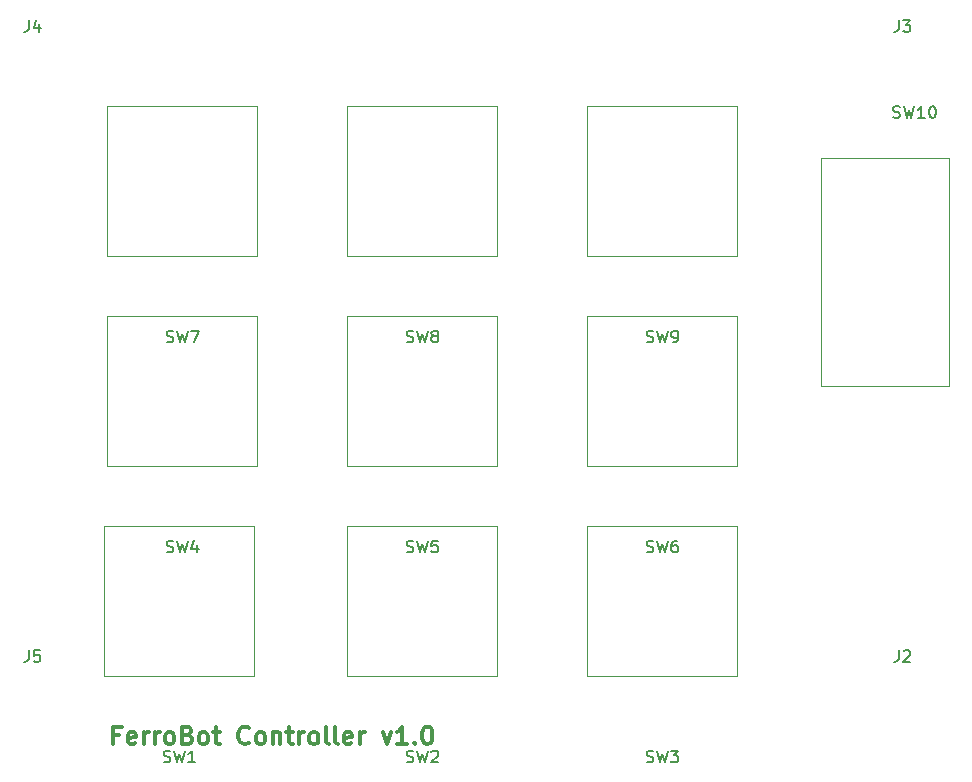
<source format=gbr>
G04 #@! TF.FileFunction,Legend,Top*
%FSLAX46Y46*%
G04 Gerber Fmt 4.6, Leading zero omitted, Abs format (unit mm)*
G04 Created by KiCad (PCBNEW 4.0.6) date 05/18/18 15:07:17*
%MOMM*%
%LPD*%
G01*
G04 APERTURE LIST*
%ADD10C,0.100000*%
%ADD11C,0.300000*%
%ADD12C,0.150000*%
G04 APERTURE END LIST*
D10*
D11*
X81015716Y-172612857D02*
X80515716Y-172612857D01*
X80515716Y-173398571D02*
X80515716Y-171898571D01*
X81230002Y-171898571D01*
X82372858Y-173327143D02*
X82230001Y-173398571D01*
X81944287Y-173398571D01*
X81801430Y-173327143D01*
X81730001Y-173184286D01*
X81730001Y-172612857D01*
X81801430Y-172470000D01*
X81944287Y-172398571D01*
X82230001Y-172398571D01*
X82372858Y-172470000D01*
X82444287Y-172612857D01*
X82444287Y-172755714D01*
X81730001Y-172898571D01*
X83087144Y-173398571D02*
X83087144Y-172398571D01*
X83087144Y-172684286D02*
X83158572Y-172541429D01*
X83230001Y-172470000D01*
X83372858Y-172398571D01*
X83515715Y-172398571D01*
X84015715Y-173398571D02*
X84015715Y-172398571D01*
X84015715Y-172684286D02*
X84087143Y-172541429D01*
X84158572Y-172470000D01*
X84301429Y-172398571D01*
X84444286Y-172398571D01*
X85158572Y-173398571D02*
X85015714Y-173327143D01*
X84944286Y-173255714D01*
X84872857Y-173112857D01*
X84872857Y-172684286D01*
X84944286Y-172541429D01*
X85015714Y-172470000D01*
X85158572Y-172398571D01*
X85372857Y-172398571D01*
X85515714Y-172470000D01*
X85587143Y-172541429D01*
X85658572Y-172684286D01*
X85658572Y-173112857D01*
X85587143Y-173255714D01*
X85515714Y-173327143D01*
X85372857Y-173398571D01*
X85158572Y-173398571D01*
X86801429Y-172612857D02*
X87015715Y-172684286D01*
X87087143Y-172755714D01*
X87158572Y-172898571D01*
X87158572Y-173112857D01*
X87087143Y-173255714D01*
X87015715Y-173327143D01*
X86872857Y-173398571D01*
X86301429Y-173398571D01*
X86301429Y-171898571D01*
X86801429Y-171898571D01*
X86944286Y-171970000D01*
X87015715Y-172041429D01*
X87087143Y-172184286D01*
X87087143Y-172327143D01*
X87015715Y-172470000D01*
X86944286Y-172541429D01*
X86801429Y-172612857D01*
X86301429Y-172612857D01*
X88015715Y-173398571D02*
X87872857Y-173327143D01*
X87801429Y-173255714D01*
X87730000Y-173112857D01*
X87730000Y-172684286D01*
X87801429Y-172541429D01*
X87872857Y-172470000D01*
X88015715Y-172398571D01*
X88230000Y-172398571D01*
X88372857Y-172470000D01*
X88444286Y-172541429D01*
X88515715Y-172684286D01*
X88515715Y-173112857D01*
X88444286Y-173255714D01*
X88372857Y-173327143D01*
X88230000Y-173398571D01*
X88015715Y-173398571D01*
X88944286Y-172398571D02*
X89515715Y-172398571D01*
X89158572Y-171898571D02*
X89158572Y-173184286D01*
X89230000Y-173327143D01*
X89372858Y-173398571D01*
X89515715Y-173398571D01*
X92015715Y-173255714D02*
X91944286Y-173327143D01*
X91730000Y-173398571D01*
X91587143Y-173398571D01*
X91372858Y-173327143D01*
X91230000Y-173184286D01*
X91158572Y-173041429D01*
X91087143Y-172755714D01*
X91087143Y-172541429D01*
X91158572Y-172255714D01*
X91230000Y-172112857D01*
X91372858Y-171970000D01*
X91587143Y-171898571D01*
X91730000Y-171898571D01*
X91944286Y-171970000D01*
X92015715Y-172041429D01*
X92872858Y-173398571D02*
X92730000Y-173327143D01*
X92658572Y-173255714D01*
X92587143Y-173112857D01*
X92587143Y-172684286D01*
X92658572Y-172541429D01*
X92730000Y-172470000D01*
X92872858Y-172398571D01*
X93087143Y-172398571D01*
X93230000Y-172470000D01*
X93301429Y-172541429D01*
X93372858Y-172684286D01*
X93372858Y-173112857D01*
X93301429Y-173255714D01*
X93230000Y-173327143D01*
X93087143Y-173398571D01*
X92872858Y-173398571D01*
X94015715Y-172398571D02*
X94015715Y-173398571D01*
X94015715Y-172541429D02*
X94087143Y-172470000D01*
X94230001Y-172398571D01*
X94444286Y-172398571D01*
X94587143Y-172470000D01*
X94658572Y-172612857D01*
X94658572Y-173398571D01*
X95158572Y-172398571D02*
X95730001Y-172398571D01*
X95372858Y-171898571D02*
X95372858Y-173184286D01*
X95444286Y-173327143D01*
X95587144Y-173398571D01*
X95730001Y-173398571D01*
X96230001Y-173398571D02*
X96230001Y-172398571D01*
X96230001Y-172684286D02*
X96301429Y-172541429D01*
X96372858Y-172470000D01*
X96515715Y-172398571D01*
X96658572Y-172398571D01*
X97372858Y-173398571D02*
X97230000Y-173327143D01*
X97158572Y-173255714D01*
X97087143Y-173112857D01*
X97087143Y-172684286D01*
X97158572Y-172541429D01*
X97230000Y-172470000D01*
X97372858Y-172398571D01*
X97587143Y-172398571D01*
X97730000Y-172470000D01*
X97801429Y-172541429D01*
X97872858Y-172684286D01*
X97872858Y-173112857D01*
X97801429Y-173255714D01*
X97730000Y-173327143D01*
X97587143Y-173398571D01*
X97372858Y-173398571D01*
X98730001Y-173398571D02*
X98587143Y-173327143D01*
X98515715Y-173184286D01*
X98515715Y-171898571D01*
X99515715Y-173398571D02*
X99372857Y-173327143D01*
X99301429Y-173184286D01*
X99301429Y-171898571D01*
X100658571Y-173327143D02*
X100515714Y-173398571D01*
X100230000Y-173398571D01*
X100087143Y-173327143D01*
X100015714Y-173184286D01*
X100015714Y-172612857D01*
X100087143Y-172470000D01*
X100230000Y-172398571D01*
X100515714Y-172398571D01*
X100658571Y-172470000D01*
X100730000Y-172612857D01*
X100730000Y-172755714D01*
X100015714Y-172898571D01*
X101372857Y-173398571D02*
X101372857Y-172398571D01*
X101372857Y-172684286D02*
X101444285Y-172541429D01*
X101515714Y-172470000D01*
X101658571Y-172398571D01*
X101801428Y-172398571D01*
X103301428Y-172398571D02*
X103658571Y-173398571D01*
X104015713Y-172398571D01*
X105372856Y-173398571D02*
X104515713Y-173398571D01*
X104944285Y-173398571D02*
X104944285Y-171898571D01*
X104801428Y-172112857D01*
X104658570Y-172255714D01*
X104515713Y-172327143D01*
X106015713Y-173255714D02*
X106087141Y-173327143D01*
X106015713Y-173398571D01*
X105944284Y-173327143D01*
X106015713Y-173255714D01*
X106015713Y-173398571D01*
X107015713Y-171898571D02*
X107158570Y-171898571D01*
X107301427Y-171970000D01*
X107372856Y-172041429D01*
X107444285Y-172184286D01*
X107515713Y-172470000D01*
X107515713Y-172827143D01*
X107444285Y-173112857D01*
X107372856Y-173255714D01*
X107301427Y-173327143D01*
X107158570Y-173398571D01*
X107015713Y-173398571D01*
X106872856Y-173327143D01*
X106801427Y-173255714D01*
X106729999Y-173112857D01*
X106658570Y-172827143D01*
X106658570Y-172470000D01*
X106729999Y-172184286D01*
X106801427Y-172041429D01*
X106872856Y-171970000D01*
X107015713Y-171898571D01*
D10*
X133350000Y-137160000D02*
X133350000Y-149860000D01*
X120650000Y-137160000D02*
X133350000Y-137160000D01*
X120650000Y-149860000D02*
X120650000Y-137160000D01*
X133350000Y-149860000D02*
X120650000Y-149860000D01*
X92710000Y-137160000D02*
X92710000Y-149860000D01*
X80010000Y-137160000D02*
X92710000Y-137160000D01*
X80010000Y-149860000D02*
X80010000Y-137160000D01*
X92710000Y-149860000D02*
X80010000Y-149860000D01*
X92456000Y-154940000D02*
X92456000Y-167640000D01*
X79756000Y-154940000D02*
X92456000Y-154940000D01*
X79756000Y-167640000D02*
X79756000Y-154940000D01*
X92456000Y-167640000D02*
X79756000Y-167640000D01*
X113030000Y-154940000D02*
X113030000Y-167640000D01*
X100330000Y-154940000D02*
X113030000Y-154940000D01*
X100330000Y-167640000D02*
X100330000Y-154940000D01*
X113030000Y-167640000D02*
X100330000Y-167640000D01*
X133350000Y-154940000D02*
X133350000Y-167640000D01*
X120650000Y-154940000D02*
X133350000Y-154940000D01*
X120650000Y-167640000D02*
X120650000Y-154940000D01*
X133350000Y-167640000D02*
X120650000Y-167640000D01*
X113030000Y-137160000D02*
X113030000Y-149860000D01*
X100330000Y-137160000D02*
X113030000Y-137160000D01*
X100330000Y-149860000D02*
X100330000Y-137160000D01*
X113030000Y-149860000D02*
X100330000Y-149860000D01*
X92710000Y-119380000D02*
X92710000Y-132080000D01*
X80010000Y-119380000D02*
X92710000Y-119380000D01*
X80010000Y-132080000D02*
X80010000Y-119380000D01*
X92710000Y-132080000D02*
X80010000Y-132080000D01*
X113030000Y-119380000D02*
X113030000Y-132080000D01*
X100330000Y-119380000D02*
X113030000Y-119380000D01*
X100330000Y-132080000D02*
X100330000Y-119380000D01*
X113030000Y-132080000D02*
X100330000Y-132080000D01*
X133350000Y-119380000D02*
X133350000Y-132080000D01*
X120650000Y-119380000D02*
X133350000Y-119380000D01*
X120650000Y-132080000D02*
X120650000Y-119380000D01*
X133350000Y-132080000D02*
X120650000Y-132080000D01*
X140436000Y-143028000D02*
X151236000Y-143028000D01*
X140436000Y-123728000D02*
X140436000Y-143028000D01*
X151236000Y-123728000D02*
X140436000Y-123728000D01*
X151236000Y-143028000D02*
X151236000Y-123728000D01*
D12*
X125666667Y-157114762D02*
X125809524Y-157162381D01*
X126047620Y-157162381D01*
X126142858Y-157114762D01*
X126190477Y-157067143D01*
X126238096Y-156971905D01*
X126238096Y-156876667D01*
X126190477Y-156781429D01*
X126142858Y-156733810D01*
X126047620Y-156686190D01*
X125857143Y-156638571D01*
X125761905Y-156590952D01*
X125714286Y-156543333D01*
X125666667Y-156448095D01*
X125666667Y-156352857D01*
X125714286Y-156257619D01*
X125761905Y-156210000D01*
X125857143Y-156162381D01*
X126095239Y-156162381D01*
X126238096Y-156210000D01*
X126571429Y-156162381D02*
X126809524Y-157162381D01*
X127000001Y-156448095D01*
X127190477Y-157162381D01*
X127428572Y-156162381D01*
X128238096Y-156162381D02*
X128047619Y-156162381D01*
X127952381Y-156210000D01*
X127904762Y-156257619D01*
X127809524Y-156400476D01*
X127761905Y-156590952D01*
X127761905Y-156971905D01*
X127809524Y-157067143D01*
X127857143Y-157114762D01*
X127952381Y-157162381D01*
X128142858Y-157162381D01*
X128238096Y-157114762D01*
X128285715Y-157067143D01*
X128333334Y-156971905D01*
X128333334Y-156733810D01*
X128285715Y-156638571D01*
X128238096Y-156590952D01*
X128142858Y-156543333D01*
X127952381Y-156543333D01*
X127857143Y-156590952D01*
X127809524Y-156638571D01*
X127761905Y-156733810D01*
X146986667Y-165432381D02*
X146986667Y-166146667D01*
X146939047Y-166289524D01*
X146843809Y-166384762D01*
X146700952Y-166432381D01*
X146605714Y-166432381D01*
X147415238Y-165527619D02*
X147462857Y-165480000D01*
X147558095Y-165432381D01*
X147796191Y-165432381D01*
X147891429Y-165480000D01*
X147939048Y-165527619D01*
X147986667Y-165622857D01*
X147986667Y-165718095D01*
X147939048Y-165860952D01*
X147367619Y-166432381D01*
X147986667Y-166432381D01*
X146986667Y-112092381D02*
X146986667Y-112806667D01*
X146939047Y-112949524D01*
X146843809Y-113044762D01*
X146700952Y-113092381D01*
X146605714Y-113092381D01*
X147367619Y-112092381D02*
X147986667Y-112092381D01*
X147653333Y-112473333D01*
X147796191Y-112473333D01*
X147891429Y-112520952D01*
X147939048Y-112568571D01*
X147986667Y-112663810D01*
X147986667Y-112901905D01*
X147939048Y-112997143D01*
X147891429Y-113044762D01*
X147796191Y-113092381D01*
X147510476Y-113092381D01*
X147415238Y-113044762D01*
X147367619Y-112997143D01*
X73326667Y-112092381D02*
X73326667Y-112806667D01*
X73279047Y-112949524D01*
X73183809Y-113044762D01*
X73040952Y-113092381D01*
X72945714Y-113092381D01*
X74231429Y-112425714D02*
X74231429Y-113092381D01*
X73993333Y-112044762D02*
X73755238Y-112759048D01*
X74374286Y-112759048D01*
X73326667Y-165432381D02*
X73326667Y-166146667D01*
X73279047Y-166289524D01*
X73183809Y-166384762D01*
X73040952Y-166432381D01*
X72945714Y-166432381D01*
X74279048Y-165432381D02*
X73802857Y-165432381D01*
X73755238Y-165908571D01*
X73802857Y-165860952D01*
X73898095Y-165813333D01*
X74136191Y-165813333D01*
X74231429Y-165860952D01*
X74279048Y-165908571D01*
X74326667Y-166003810D01*
X74326667Y-166241905D01*
X74279048Y-166337143D01*
X74231429Y-166384762D01*
X74136191Y-166432381D01*
X73898095Y-166432381D01*
X73802857Y-166384762D01*
X73755238Y-166337143D01*
X85026667Y-157114762D02*
X85169524Y-157162381D01*
X85407620Y-157162381D01*
X85502858Y-157114762D01*
X85550477Y-157067143D01*
X85598096Y-156971905D01*
X85598096Y-156876667D01*
X85550477Y-156781429D01*
X85502858Y-156733810D01*
X85407620Y-156686190D01*
X85217143Y-156638571D01*
X85121905Y-156590952D01*
X85074286Y-156543333D01*
X85026667Y-156448095D01*
X85026667Y-156352857D01*
X85074286Y-156257619D01*
X85121905Y-156210000D01*
X85217143Y-156162381D01*
X85455239Y-156162381D01*
X85598096Y-156210000D01*
X85931429Y-156162381D02*
X86169524Y-157162381D01*
X86360001Y-156448095D01*
X86550477Y-157162381D01*
X86788572Y-156162381D01*
X87598096Y-156495714D02*
X87598096Y-157162381D01*
X87360000Y-156114762D02*
X87121905Y-156829048D01*
X87740953Y-156829048D01*
X84772667Y-174894762D02*
X84915524Y-174942381D01*
X85153620Y-174942381D01*
X85248858Y-174894762D01*
X85296477Y-174847143D01*
X85344096Y-174751905D01*
X85344096Y-174656667D01*
X85296477Y-174561429D01*
X85248858Y-174513810D01*
X85153620Y-174466190D01*
X84963143Y-174418571D01*
X84867905Y-174370952D01*
X84820286Y-174323333D01*
X84772667Y-174228095D01*
X84772667Y-174132857D01*
X84820286Y-174037619D01*
X84867905Y-173990000D01*
X84963143Y-173942381D01*
X85201239Y-173942381D01*
X85344096Y-173990000D01*
X85677429Y-173942381D02*
X85915524Y-174942381D01*
X86106001Y-174228095D01*
X86296477Y-174942381D01*
X86534572Y-173942381D01*
X87439334Y-174942381D02*
X86867905Y-174942381D01*
X87153619Y-174942381D02*
X87153619Y-173942381D01*
X87058381Y-174085238D01*
X86963143Y-174180476D01*
X86867905Y-174228095D01*
X105346667Y-174894762D02*
X105489524Y-174942381D01*
X105727620Y-174942381D01*
X105822858Y-174894762D01*
X105870477Y-174847143D01*
X105918096Y-174751905D01*
X105918096Y-174656667D01*
X105870477Y-174561429D01*
X105822858Y-174513810D01*
X105727620Y-174466190D01*
X105537143Y-174418571D01*
X105441905Y-174370952D01*
X105394286Y-174323333D01*
X105346667Y-174228095D01*
X105346667Y-174132857D01*
X105394286Y-174037619D01*
X105441905Y-173990000D01*
X105537143Y-173942381D01*
X105775239Y-173942381D01*
X105918096Y-173990000D01*
X106251429Y-173942381D02*
X106489524Y-174942381D01*
X106680001Y-174228095D01*
X106870477Y-174942381D01*
X107108572Y-173942381D01*
X107441905Y-174037619D02*
X107489524Y-173990000D01*
X107584762Y-173942381D01*
X107822858Y-173942381D01*
X107918096Y-173990000D01*
X107965715Y-174037619D01*
X108013334Y-174132857D01*
X108013334Y-174228095D01*
X107965715Y-174370952D01*
X107394286Y-174942381D01*
X108013334Y-174942381D01*
X125666667Y-174894762D02*
X125809524Y-174942381D01*
X126047620Y-174942381D01*
X126142858Y-174894762D01*
X126190477Y-174847143D01*
X126238096Y-174751905D01*
X126238096Y-174656667D01*
X126190477Y-174561429D01*
X126142858Y-174513810D01*
X126047620Y-174466190D01*
X125857143Y-174418571D01*
X125761905Y-174370952D01*
X125714286Y-174323333D01*
X125666667Y-174228095D01*
X125666667Y-174132857D01*
X125714286Y-174037619D01*
X125761905Y-173990000D01*
X125857143Y-173942381D01*
X126095239Y-173942381D01*
X126238096Y-173990000D01*
X126571429Y-173942381D02*
X126809524Y-174942381D01*
X127000001Y-174228095D01*
X127190477Y-174942381D01*
X127428572Y-173942381D01*
X127714286Y-173942381D02*
X128333334Y-173942381D01*
X128000000Y-174323333D01*
X128142858Y-174323333D01*
X128238096Y-174370952D01*
X128285715Y-174418571D01*
X128333334Y-174513810D01*
X128333334Y-174751905D01*
X128285715Y-174847143D01*
X128238096Y-174894762D01*
X128142858Y-174942381D01*
X127857143Y-174942381D01*
X127761905Y-174894762D01*
X127714286Y-174847143D01*
X105346667Y-157114762D02*
X105489524Y-157162381D01*
X105727620Y-157162381D01*
X105822858Y-157114762D01*
X105870477Y-157067143D01*
X105918096Y-156971905D01*
X105918096Y-156876667D01*
X105870477Y-156781429D01*
X105822858Y-156733810D01*
X105727620Y-156686190D01*
X105537143Y-156638571D01*
X105441905Y-156590952D01*
X105394286Y-156543333D01*
X105346667Y-156448095D01*
X105346667Y-156352857D01*
X105394286Y-156257619D01*
X105441905Y-156210000D01*
X105537143Y-156162381D01*
X105775239Y-156162381D01*
X105918096Y-156210000D01*
X106251429Y-156162381D02*
X106489524Y-157162381D01*
X106680001Y-156448095D01*
X106870477Y-157162381D01*
X107108572Y-156162381D01*
X107965715Y-156162381D02*
X107489524Y-156162381D01*
X107441905Y-156638571D01*
X107489524Y-156590952D01*
X107584762Y-156543333D01*
X107822858Y-156543333D01*
X107918096Y-156590952D01*
X107965715Y-156638571D01*
X108013334Y-156733810D01*
X108013334Y-156971905D01*
X107965715Y-157067143D01*
X107918096Y-157114762D01*
X107822858Y-157162381D01*
X107584762Y-157162381D01*
X107489524Y-157114762D01*
X107441905Y-157067143D01*
X85026667Y-139334762D02*
X85169524Y-139382381D01*
X85407620Y-139382381D01*
X85502858Y-139334762D01*
X85550477Y-139287143D01*
X85598096Y-139191905D01*
X85598096Y-139096667D01*
X85550477Y-139001429D01*
X85502858Y-138953810D01*
X85407620Y-138906190D01*
X85217143Y-138858571D01*
X85121905Y-138810952D01*
X85074286Y-138763333D01*
X85026667Y-138668095D01*
X85026667Y-138572857D01*
X85074286Y-138477619D01*
X85121905Y-138430000D01*
X85217143Y-138382381D01*
X85455239Y-138382381D01*
X85598096Y-138430000D01*
X85931429Y-138382381D02*
X86169524Y-139382381D01*
X86360001Y-138668095D01*
X86550477Y-139382381D01*
X86788572Y-138382381D01*
X87074286Y-138382381D02*
X87740953Y-138382381D01*
X87312381Y-139382381D01*
X105346667Y-139334762D02*
X105489524Y-139382381D01*
X105727620Y-139382381D01*
X105822858Y-139334762D01*
X105870477Y-139287143D01*
X105918096Y-139191905D01*
X105918096Y-139096667D01*
X105870477Y-139001429D01*
X105822858Y-138953810D01*
X105727620Y-138906190D01*
X105537143Y-138858571D01*
X105441905Y-138810952D01*
X105394286Y-138763333D01*
X105346667Y-138668095D01*
X105346667Y-138572857D01*
X105394286Y-138477619D01*
X105441905Y-138430000D01*
X105537143Y-138382381D01*
X105775239Y-138382381D01*
X105918096Y-138430000D01*
X106251429Y-138382381D02*
X106489524Y-139382381D01*
X106680001Y-138668095D01*
X106870477Y-139382381D01*
X107108572Y-138382381D01*
X107632381Y-138810952D02*
X107537143Y-138763333D01*
X107489524Y-138715714D01*
X107441905Y-138620476D01*
X107441905Y-138572857D01*
X107489524Y-138477619D01*
X107537143Y-138430000D01*
X107632381Y-138382381D01*
X107822858Y-138382381D01*
X107918096Y-138430000D01*
X107965715Y-138477619D01*
X108013334Y-138572857D01*
X108013334Y-138620476D01*
X107965715Y-138715714D01*
X107918096Y-138763333D01*
X107822858Y-138810952D01*
X107632381Y-138810952D01*
X107537143Y-138858571D01*
X107489524Y-138906190D01*
X107441905Y-139001429D01*
X107441905Y-139191905D01*
X107489524Y-139287143D01*
X107537143Y-139334762D01*
X107632381Y-139382381D01*
X107822858Y-139382381D01*
X107918096Y-139334762D01*
X107965715Y-139287143D01*
X108013334Y-139191905D01*
X108013334Y-139001429D01*
X107965715Y-138906190D01*
X107918096Y-138858571D01*
X107822858Y-138810952D01*
X125666667Y-139334762D02*
X125809524Y-139382381D01*
X126047620Y-139382381D01*
X126142858Y-139334762D01*
X126190477Y-139287143D01*
X126238096Y-139191905D01*
X126238096Y-139096667D01*
X126190477Y-139001429D01*
X126142858Y-138953810D01*
X126047620Y-138906190D01*
X125857143Y-138858571D01*
X125761905Y-138810952D01*
X125714286Y-138763333D01*
X125666667Y-138668095D01*
X125666667Y-138572857D01*
X125714286Y-138477619D01*
X125761905Y-138430000D01*
X125857143Y-138382381D01*
X126095239Y-138382381D01*
X126238096Y-138430000D01*
X126571429Y-138382381D02*
X126809524Y-139382381D01*
X127000001Y-138668095D01*
X127190477Y-139382381D01*
X127428572Y-138382381D01*
X127857143Y-139382381D02*
X128047619Y-139382381D01*
X128142858Y-139334762D01*
X128190477Y-139287143D01*
X128285715Y-139144286D01*
X128333334Y-138953810D01*
X128333334Y-138572857D01*
X128285715Y-138477619D01*
X128238096Y-138430000D01*
X128142858Y-138382381D01*
X127952381Y-138382381D01*
X127857143Y-138430000D01*
X127809524Y-138477619D01*
X127761905Y-138572857D01*
X127761905Y-138810952D01*
X127809524Y-138906190D01*
X127857143Y-138953810D01*
X127952381Y-139001429D01*
X128142858Y-139001429D01*
X128238096Y-138953810D01*
X128285715Y-138906190D01*
X128333334Y-138810952D01*
X146526476Y-120322762D02*
X146669333Y-120370381D01*
X146907429Y-120370381D01*
X147002667Y-120322762D01*
X147050286Y-120275143D01*
X147097905Y-120179905D01*
X147097905Y-120084667D01*
X147050286Y-119989429D01*
X147002667Y-119941810D01*
X146907429Y-119894190D01*
X146716952Y-119846571D01*
X146621714Y-119798952D01*
X146574095Y-119751333D01*
X146526476Y-119656095D01*
X146526476Y-119560857D01*
X146574095Y-119465619D01*
X146621714Y-119418000D01*
X146716952Y-119370381D01*
X146955048Y-119370381D01*
X147097905Y-119418000D01*
X147431238Y-119370381D02*
X147669333Y-120370381D01*
X147859810Y-119656095D01*
X148050286Y-120370381D01*
X148288381Y-119370381D01*
X149193143Y-120370381D02*
X148621714Y-120370381D01*
X148907428Y-120370381D02*
X148907428Y-119370381D01*
X148812190Y-119513238D01*
X148716952Y-119608476D01*
X148621714Y-119656095D01*
X149812190Y-119370381D02*
X149907429Y-119370381D01*
X150002667Y-119418000D01*
X150050286Y-119465619D01*
X150097905Y-119560857D01*
X150145524Y-119751333D01*
X150145524Y-119989429D01*
X150097905Y-120179905D01*
X150050286Y-120275143D01*
X150002667Y-120322762D01*
X149907429Y-120370381D01*
X149812190Y-120370381D01*
X149716952Y-120322762D01*
X149669333Y-120275143D01*
X149621714Y-120179905D01*
X149574095Y-119989429D01*
X149574095Y-119751333D01*
X149621714Y-119560857D01*
X149669333Y-119465619D01*
X149716952Y-119418000D01*
X149812190Y-119370381D01*
M02*

</source>
